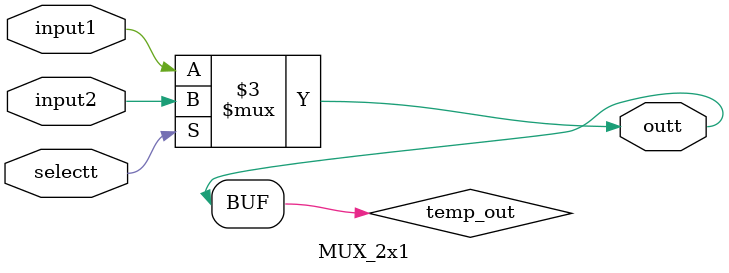
<source format=v>
module MUX_4x1(out, select, in_4bit);
  output out;
  input [1:0] select;             //S0, S1
  input [3:0] in_4bit;            //I0 -I3
  wire w1, w2;
  reg temp_out;
  MUX_2x1 m1(w1, select[0], in_4bit[0], in_4bit[1]);
  MUX_2x1 m2(w2, select[0], in_4bit[2], in_4bit[3]);
  MUX_2x1 m3(out, select[1], w1, w2);
endmodule

// 2x1 MUX
module MUX_2x1(outt, selectt, input1, input2);
  output outt;
  input selectt;
  input input1, input2;
  reg temp_out;
  always@(*) begin
    if (selectt)            //select => "select == 1"
      temp_out = input2;
    else
      temp_out = input1;    //if (select == 0)
  end
  assign outt = temp_out;
endmodule 
</source>
